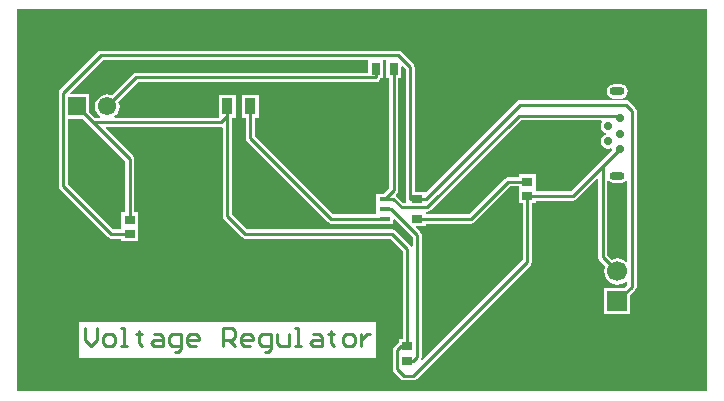
<source format=gtl>
G04*
G04 #@! TF.GenerationSoftware,Altium Limited,Altium Designer,20.0.2 (26)*
G04*
G04 Layer_Physical_Order=1*
G04 Layer_Color=255*
%FSLAX25Y25*%
%MOIN*%
G70*
G01*
G75*
%ADD12C,0.01000*%
%ADD13R,0.03740X0.02559*%
%ADD14R,0.03740X0.01459*%
%ADD15R,0.03740X0.01459*%
%ADD16R,0.03740X0.05709*%
%ADD17R,0.02953X0.03937*%
%ADD18R,0.03543X0.02953*%
%ADD28R,0.06693X0.06693*%
%ADD29C,0.06693*%
%ADD30C,0.06102*%
%ADD31R,0.06102X0.06102*%
%ADD32C,0.02801*%
%ADD33O,0.05006X0.02647*%
G36*
X450000Y312500D02*
X220000D01*
Y440000D01*
X450000D01*
Y312500D01*
D02*
G37*
%LPC*%
G36*
X421179Y414869D02*
X418820D01*
X417914Y414688D01*
X417145Y414175D01*
X416632Y413407D01*
X416452Y412500D01*
X416632Y411593D01*
X417145Y410825D01*
X417914Y410312D01*
X418820Y410131D01*
X421179D01*
X422086Y410312D01*
X422855Y410825D01*
X423368Y411593D01*
X423548Y412500D01*
X423368Y413407D01*
X422855Y414175D01*
X422086Y414688D01*
X421179Y414869D01*
D02*
G37*
G36*
X347000Y426029D02*
X247800D01*
X247215Y425913D01*
X246719Y425581D01*
X234319Y413181D01*
X233987Y412685D01*
X233871Y412100D01*
Y381000D01*
X233987Y380415D01*
X234319Y379919D01*
X250319Y363919D01*
X250815Y363587D01*
X251400Y363471D01*
X254728D01*
Y362524D01*
X260272D01*
Y367248D01*
Y372201D01*
X259029D01*
Y390000D01*
X258913Y390585D01*
X258581Y391081D01*
X249454Y400209D01*
X249646Y400671D01*
X288000D01*
X288084Y400687D01*
X288471Y400370D01*
Y371000D01*
X288587Y370415D01*
X288919Y369919D01*
X294919Y363919D01*
X295415Y363587D01*
X296000Y363471D01*
X344367D01*
X348471Y359366D01*
Y329976D01*
X347228D01*
Y328788D01*
X346919Y328581D01*
X345619Y327281D01*
X345287Y326785D01*
X345171Y326200D01*
Y320000D01*
X345287Y319415D01*
X345619Y318919D01*
X347819Y316719D01*
X348315Y316387D01*
X348900Y316271D01*
X352000D01*
X352585Y316387D01*
X353081Y316719D01*
X391081Y354719D01*
X391413Y355215D01*
X391529Y355800D01*
Y375161D01*
X392772D01*
Y376108D01*
X405197D01*
X405782Y376225D01*
X406278Y376556D01*
X413109Y383387D01*
X413571Y383195D01*
Y357400D01*
X413687Y356815D01*
X414019Y356319D01*
X416040Y354297D01*
X415765Y353635D01*
X415616Y352500D01*
X415765Y351365D01*
X416203Y350308D01*
X416900Y349400D01*
X417808Y348703D01*
X418865Y348265D01*
X420000Y348116D01*
X421135Y348265D01*
X422192Y348703D01*
X422871Y349224D01*
X423371Y348977D01*
Y348033D01*
X422184Y346847D01*
X415654D01*
Y338154D01*
X424346D01*
Y344684D01*
X425981Y346319D01*
X426313Y346815D01*
X426429Y347400D01*
Y406000D01*
X426313Y406585D01*
X425981Y407081D01*
X423881Y409181D01*
X423385Y409513D01*
X422800Y409629D01*
X387600D01*
X387015Y409513D01*
X386519Y409181D01*
X356575Y379238D01*
X356197Y378973D01*
Y378973D01*
X356197Y378973D01*
X352529D01*
Y420500D01*
X352413Y421085D01*
X352081Y421582D01*
X348081Y425581D01*
X347585Y425913D01*
X347000Y426029D01*
D02*
G37*
G36*
X339469Y335498D02*
X240500D01*
Y323501D01*
X339469D01*
Y335498D01*
D02*
G37*
%LPD*%
G36*
X337071Y422968D02*
Y418729D01*
X259700D01*
X259115Y418613D01*
X258619Y418281D01*
X251571Y411234D01*
X251058Y411447D01*
X250000Y411586D01*
X248942Y411447D01*
X247957Y411039D01*
X247111Y410389D01*
X246461Y409543D01*
X246053Y408558D01*
X245914Y407500D01*
X246053Y406442D01*
X246461Y405457D01*
X247111Y404611D01*
X247607Y404229D01*
X247438Y403729D01*
X245934D01*
X244051Y405612D01*
Y411551D01*
X237667D01*
X237476Y412013D01*
X248433Y422971D01*
X336572D01*
X337071Y422968D01*
D02*
G37*
G36*
X414969Y402371D02*
X414668Y401921D01*
X414482Y400984D01*
X414668Y400048D01*
X415199Y399254D01*
X415993Y398723D01*
X416209Y398680D01*
Y398170D01*
X415993Y398127D01*
X415199Y397597D01*
X414668Y396803D01*
X414482Y395866D01*
X414668Y394930D01*
X415199Y394136D01*
X415993Y393605D01*
X416929Y393419D01*
X417866Y393605D01*
X417876Y393612D01*
X418343Y393353D01*
X418375Y392979D01*
X414019Y388622D01*
X404564Y379167D01*
X392772D01*
Y384839D01*
X387228D01*
Y383892D01*
X383562D01*
X382977Y383775D01*
X382481Y383444D01*
X370567Y371529D01*
X356197D01*
Y372280D01*
X356659Y372371D01*
X356700D01*
X357285Y372487D01*
X357781Y372819D01*
X387833Y402871D01*
X414701D01*
X414969Y402371D01*
D02*
G37*
G36*
X349471Y419867D02*
Y376693D01*
X349587Y376108D01*
X349706Y375929D01*
X349439Y375429D01*
X348733D01*
X346388Y377774D01*
X346330Y377814D01*
X346281Y378311D01*
X346534Y378564D01*
X346866Y379061D01*
X346982Y379646D01*
Y417031D01*
X347929D01*
Y420755D01*
X348391Y420946D01*
X349471Y419867D01*
D02*
G37*
G36*
X342976Y422915D02*
Y417031D01*
X343923D01*
Y380279D01*
X342067Y378423D01*
X339630D01*
Y374963D01*
X339630D01*
Y371529D01*
X325311D01*
X299207Y397634D01*
Y403646D01*
X300547D01*
Y411354D01*
X294807D01*
Y403646D01*
X296148D01*
Y397000D01*
X296264Y396415D01*
X296596Y395919D01*
X323596Y368919D01*
X324092Y368587D01*
X324677Y368471D01*
X339630D01*
Y368270D01*
X345370D01*
Y369714D01*
X345832Y369905D01*
X351771Y363966D01*
Y360950D01*
X351271Y360798D01*
X351081Y361081D01*
X346081Y366081D01*
X345585Y366413D01*
X345000Y366529D01*
X296634D01*
X291529Y371634D01*
Y403646D01*
X292870D01*
Y411354D01*
X287130D01*
Y403729D01*
X252562D01*
X252393Y404229D01*
X252889Y404611D01*
X253539Y405457D01*
X253947Y406442D01*
X254086Y407500D01*
X253947Y408558D01*
X253734Y409071D01*
X260333Y415671D01*
X339547D01*
X340132Y415787D01*
X340629Y416119D01*
X340960Y416615D01*
X341043Y417031D01*
X342024D01*
Y422915D01*
X342500Y422968D01*
X342976Y422915D01*
D02*
G37*
G36*
X244219Y401119D02*
X255971Y389367D01*
Y372201D01*
X254728D01*
Y367248D01*
Y366529D01*
X252033D01*
X236929Y381633D01*
Y403449D01*
X241888D01*
X244219Y401119D01*
D02*
G37*
G36*
X417145Y382675D02*
X417914Y382162D01*
X418820Y381982D01*
X421179D01*
X422086Y382162D01*
X422855Y382675D01*
X422871Y382700D01*
X423371Y382548D01*
Y356023D01*
X422871Y355776D01*
X422192Y356297D01*
X421135Y356735D01*
X420000Y356884D01*
X418865Y356735D01*
X418203Y356460D01*
X416629Y358033D01*
Y382548D01*
X417129Y382700D01*
X417145Y382675D01*
D02*
G37*
G36*
X387228Y375161D02*
X388471D01*
Y356434D01*
X355037Y323000D01*
X354649Y323319D01*
X354713Y323415D01*
X354829Y324000D01*
Y364600D01*
X354713Y365185D01*
X354381Y365681D01*
X352804Y367259D01*
X352996Y367721D01*
X356197D01*
Y368471D01*
X371200D01*
X371785Y368587D01*
X372281Y368919D01*
X384196Y380833D01*
X387228D01*
Y375161D01*
D02*
G37*
D12*
X415100Y387541D02*
X420866Y393307D01*
X405197Y377638D02*
X415100Y387541D01*
X290000Y404200D02*
Y407500D01*
Y371000D02*
Y404200D01*
X245300Y402200D02*
X257500Y390000D01*
X351000Y376693D02*
Y420500D01*
X420300Y403543D02*
Y404400D01*
X415100Y357400D02*
Y387541D01*
Y357400D02*
X420000Y352500D01*
X257500Y369724D02*
Y390000D01*
X290000Y371000D02*
X296000Y365000D01*
X345000D01*
X350000Y360000D01*
Y327500D02*
Y360000D01*
X240000Y407500D02*
X245300Y402200D01*
X288000D01*
X290000Y404200D01*
X350000Y322776D02*
X352076D01*
X353300Y324000D01*
Y364600D01*
X344554Y373346D02*
X353300Y364600D01*
X342500Y373346D02*
X344554D01*
X251400Y365000D02*
X257500D01*
X235400Y381000D02*
X251400Y365000D01*
X235400Y381000D02*
Y412100D01*
X247800Y424500D01*
X347000D01*
X351000Y420500D01*
Y376693D02*
X353327D01*
X250000Y407500D02*
X259700Y417200D01*
X339547D01*
Y420000D01*
X345453Y379646D02*
Y420000D01*
X342500Y376693D02*
X345453Y379646D01*
X420300Y403543D02*
X420866D01*
X387200Y404400D02*
X420300D01*
X356700Y373900D02*
X387200Y404400D01*
X348100Y373900D02*
X356700D01*
X345307Y376693D02*
X348100Y373900D01*
X342500Y376693D02*
X345307D01*
X324677Y370000D02*
X342500D01*
X297677Y397000D02*
X324677Y370000D01*
X297677Y397000D02*
Y407500D01*
X353327Y376693D02*
X356193D01*
X387600Y408100D01*
X422800D01*
X424900Y406000D01*
Y347400D02*
Y406000D01*
X420000Y342500D02*
X424900Y347400D01*
X390000Y355800D02*
Y377638D01*
X352000Y317800D02*
X390000Y355800D01*
X348900Y317800D02*
X352000D01*
X346700Y320000D02*
X348900Y317800D01*
X346700Y320000D02*
Y326200D01*
X348000Y327500D01*
X350000D01*
X390000Y377638D02*
X405197D01*
X383562Y382362D02*
X390000D01*
X371200Y370000D02*
X383562Y382362D01*
X353327Y370000D02*
X371200D01*
X242500Y333498D02*
Y329499D01*
X244499Y327500D01*
X246499Y329499D01*
Y333498D01*
X249498Y327500D02*
X251497D01*
X252497Y328500D01*
Y330499D01*
X251497Y331499D01*
X249498D01*
X248498Y330499D01*
Y328500D01*
X249498Y327500D01*
X254496D02*
X256495D01*
X255496D01*
Y333498D01*
X254496D01*
X260494Y332498D02*
Y331499D01*
X259494D01*
X261494D01*
X260494D01*
Y328500D01*
X261494Y327500D01*
X265493Y331499D02*
X267492D01*
X268492Y330499D01*
Y327500D01*
X265493D01*
X264493Y328500D01*
X265493Y329499D01*
X268492D01*
X272490Y325501D02*
X273490D01*
X274490Y326500D01*
Y331499D01*
X271491D01*
X270491Y330499D01*
Y328500D01*
X271491Y327500D01*
X274490D01*
X279488D02*
X277489D01*
X276489Y328500D01*
Y330499D01*
X277489Y331499D01*
X279488D01*
X280488Y330499D01*
Y329499D01*
X276489D01*
X288485Y327500D02*
Y333498D01*
X291484D01*
X292484Y332498D01*
Y330499D01*
X291484Y329499D01*
X288485D01*
X290484D02*
X292484Y327500D01*
X297482D02*
X295483D01*
X294483Y328500D01*
Y330499D01*
X295483Y331499D01*
X297482D01*
X298482Y330499D01*
Y329499D01*
X294483D01*
X302481Y325501D02*
X303480D01*
X304480Y326500D01*
Y331499D01*
X301481D01*
X300481Y330499D01*
Y328500D01*
X301481Y327500D01*
X304480D01*
X306479Y331499D02*
Y328500D01*
X307479Y327500D01*
X310478D01*
Y331499D01*
X312477Y327500D02*
X314477D01*
X313477D01*
Y333498D01*
X312477D01*
X318475Y331499D02*
X320475D01*
X321474Y330499D01*
Y327500D01*
X318475D01*
X317476Y328500D01*
X318475Y329499D01*
X321474D01*
X324474Y332498D02*
Y331499D01*
X323474D01*
X325473D01*
X324474D01*
Y328500D01*
X325473Y327500D01*
X329472D02*
X331471D01*
X332471Y328500D01*
Y330499D01*
X331471Y331499D01*
X329472D01*
X328472Y330499D01*
Y328500D01*
X329472Y327500D01*
X334470Y331499D02*
Y327500D01*
Y329499D01*
X335470Y330499D01*
X336470Y331499D01*
X337469D01*
D13*
X353327Y376693D02*
D03*
Y370000D02*
D03*
D14*
X342500D02*
D03*
Y373346D02*
D03*
D15*
Y376693D02*
D03*
D16*
X297677Y407500D02*
D03*
X290000D02*
D03*
D17*
X345453Y420000D02*
D03*
X339547D02*
D03*
D18*
X257500Y369724D02*
D03*
Y365000D02*
D03*
X390000Y377638D02*
D03*
Y382362D02*
D03*
X350000Y327500D02*
D03*
Y322776D02*
D03*
D28*
X420000Y342500D02*
D03*
D29*
Y352500D02*
D03*
D30*
X250000Y407500D02*
D03*
D31*
X240000D02*
D03*
D32*
X420866Y393307D02*
D03*
Y398425D02*
D03*
Y403543D02*
D03*
X416929Y400984D02*
D03*
Y395866D02*
D03*
D33*
X420000Y384350D02*
D03*
Y412500D02*
D03*
M02*

</source>
